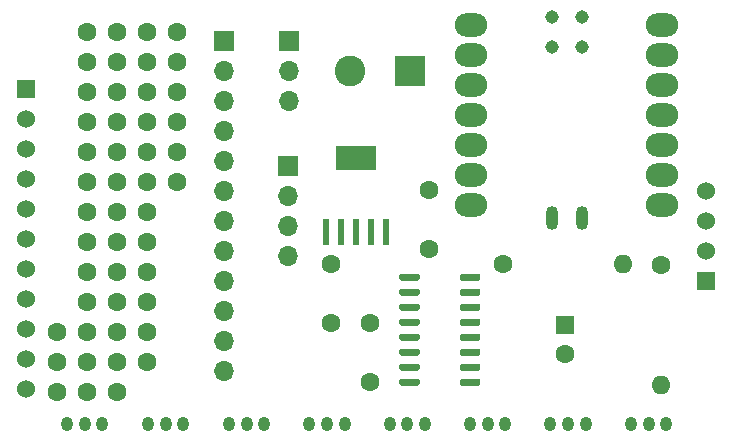
<source format=gbr>
%TF.GenerationSoftware,KiCad,Pcbnew,5.1.10-88a1d61d58~90~ubuntu20.04.1*%
%TF.CreationDate,2021-09-12T16:28:58-04:00*%
%TF.ProjectId,VoltageCurrentPowerMeter,566f6c74-6167-4654-9375-7272656e7450,rev?*%
%TF.SameCoordinates,Original*%
%TF.FileFunction,Soldermask,Top*%
%TF.FilePolarity,Negative*%
%FSLAX46Y46*%
G04 Gerber Fmt 4.6, Leading zero omitted, Abs format (unit mm)*
G04 Created by KiCad (PCBNEW 5.1.10-88a1d61d58~90~ubuntu20.04.1) date 2021-09-12 16:28:58*
%MOMM*%
%LPD*%
G01*
G04 APERTURE LIST*
%ADD10C,1.600000*%
%ADD11R,1.524000X1.524000*%
%ADD12C,1.524000*%
%ADD13O,1.700000X1.700000*%
%ADD14R,1.700000X1.700000*%
%ADD15O,1.000000X1.250000*%
%ADD16C,1.143000*%
%ADD17O,1.016000X2.032000*%
%ADD18O,2.748280X1.998980*%
%ADD19R,0.600000X2.200000*%
%ADD20R,3.450000X2.150000*%
%ADD21R,1.600000X1.600000*%
%ADD22R,2.600000X2.600000*%
%ADD23C,2.600000*%
%ADD24O,1.600000X1.600000*%
G04 APERTURE END LIST*
D10*
%TO.C,REF\u002A\u002A*%
X61391800Y-115976400D03*
%TD*%
%TO.C,REF\u002A\u002A*%
X58851800Y-115976400D03*
%TD*%
%TO.C,REF\u002A\u002A*%
X56311800Y-115976400D03*
%TD*%
%TO.C,REF\u002A\u002A*%
X63931800Y-113436400D03*
%TD*%
%TO.C,REF\u002A\u002A*%
X61391800Y-113436400D03*
%TD*%
%TO.C,REF\u002A\u002A*%
X58851800Y-113436400D03*
%TD*%
%TO.C,REF\u002A\u002A*%
X56311800Y-113436400D03*
%TD*%
%TO.C,REF\u002A\u002A*%
X63931800Y-110896400D03*
%TD*%
%TO.C,REF\u002A\u002A*%
X61391800Y-110896400D03*
%TD*%
%TO.C,REF\u002A\u002A*%
X58851800Y-110896400D03*
%TD*%
%TO.C,REF\u002A\u002A*%
X56311800Y-110896400D03*
%TD*%
%TO.C,REF\u002A\u002A*%
X63931800Y-108356400D03*
%TD*%
%TO.C,REF\u002A\u002A*%
X61391800Y-108356400D03*
%TD*%
%TO.C,REF\u002A\u002A*%
X58851800Y-108356400D03*
%TD*%
%TO.C,REF\u002A\u002A*%
X63931800Y-105816400D03*
%TD*%
%TO.C,REF\u002A\u002A*%
X61391800Y-105816400D03*
%TD*%
%TO.C,REF\u002A\u002A*%
X58851800Y-105816400D03*
%TD*%
%TO.C,REF\u002A\u002A*%
X63931800Y-103276400D03*
%TD*%
%TO.C,REF\u002A\u002A*%
X61391800Y-103276400D03*
%TD*%
%TO.C,REF\u002A\u002A*%
X58851800Y-103276400D03*
%TD*%
%TO.C,REF\u002A\u002A*%
X63931800Y-100736400D03*
%TD*%
%TO.C,REF\u002A\u002A*%
X61391800Y-100736400D03*
%TD*%
%TO.C,REF\u002A\u002A*%
X58851800Y-100736400D03*
%TD*%
%TO.C,REF\u002A\u002A*%
X66471800Y-98196400D03*
%TD*%
%TO.C,REF\u002A\u002A*%
X63931800Y-98196400D03*
%TD*%
%TO.C,REF\u002A\u002A*%
X61391800Y-98196400D03*
%TD*%
%TO.C,REF\u002A\u002A*%
X58851800Y-98196400D03*
%TD*%
%TO.C,REF\u002A\u002A*%
X66471800Y-95656400D03*
%TD*%
%TO.C,REF\u002A\u002A*%
X63931800Y-95656400D03*
%TD*%
%TO.C,REF\u002A\u002A*%
X61391800Y-95656400D03*
%TD*%
%TO.C,REF\u002A\u002A*%
X58851800Y-95656400D03*
%TD*%
%TO.C,REF\u002A\u002A*%
X66471800Y-93116400D03*
%TD*%
%TO.C,REF\u002A\u002A*%
X63931800Y-93116400D03*
%TD*%
%TO.C,REF\u002A\u002A*%
X61391800Y-93116400D03*
%TD*%
%TO.C,REF\u002A\u002A*%
X58851800Y-93116400D03*
%TD*%
%TO.C,REF\u002A\u002A*%
X66471800Y-90576400D03*
%TD*%
%TO.C,REF\u002A\u002A*%
X63931800Y-90576400D03*
%TD*%
%TO.C,REF\u002A\u002A*%
X61391800Y-90576400D03*
%TD*%
%TO.C,REF\u002A\u002A*%
X58851800Y-90576400D03*
%TD*%
%TO.C,REF\u002A\u002A*%
X66471800Y-88036400D03*
%TD*%
%TO.C,REF\u002A\u002A*%
X63931800Y-88036400D03*
%TD*%
%TO.C,REF\u002A\u002A*%
X61391800Y-88036400D03*
%TD*%
%TO.C,REF\u002A\u002A*%
X58851800Y-88036400D03*
%TD*%
%TO.C,REF\u002A\u002A*%
X66471800Y-85496400D03*
%TD*%
%TO.C,REF\u002A\u002A*%
X63931800Y-85496400D03*
%TD*%
%TO.C,REF\u002A\u002A*%
X61391800Y-85496400D03*
%TD*%
%TO.C,REF\u002A\u002A*%
X58851800Y-85496400D03*
%TD*%
D11*
%TO.C,U2*%
X111257200Y-106607800D03*
D12*
X111257200Y-104067800D03*
X111257200Y-101527800D03*
X111257200Y-98987800D03*
D11*
X53757200Y-90297800D03*
D12*
X53757200Y-92837800D03*
X53757200Y-95377800D03*
X53757200Y-97917800D03*
X53757200Y-100457800D03*
X53757200Y-102997800D03*
X53757200Y-105537800D03*
X53757200Y-108077800D03*
X53757200Y-110617800D03*
X53757200Y-113157800D03*
X53757200Y-115697800D03*
%TD*%
D13*
%TO.C,J12*%
X70485000Y-114223800D03*
X70485000Y-111683800D03*
X70485000Y-109143800D03*
X70485000Y-106603800D03*
X70485000Y-104063800D03*
X70485000Y-101523800D03*
X70485000Y-98983800D03*
X70485000Y-96443800D03*
X70485000Y-93903800D03*
X70485000Y-91363800D03*
X70485000Y-88823800D03*
D14*
X70485000Y-86283800D03*
%TD*%
D13*
%TO.C,J10*%
X75946000Y-91338400D03*
X75946000Y-88798400D03*
D14*
X75946000Y-86258400D03*
%TD*%
D13*
%TO.C,J11*%
X75895200Y-104444800D03*
X75895200Y-101904800D03*
X75895200Y-99364800D03*
D14*
X75895200Y-96824800D03*
%TD*%
D15*
%TO.C,J8*%
X107926000Y-118692400D03*
X104926000Y-118692400D03*
X106426000Y-118692400D03*
%TD*%
%TO.C,J7*%
X101118800Y-118692400D03*
X98118800Y-118692400D03*
X99618800Y-118692400D03*
%TD*%
%TO.C,J6*%
X94311600Y-118692400D03*
X91311600Y-118692400D03*
X92811600Y-118692400D03*
%TD*%
%TO.C,J5*%
X87504400Y-118692400D03*
X84504400Y-118692400D03*
X86004400Y-118692400D03*
%TD*%
%TO.C,J4*%
X80697200Y-118692400D03*
X77697200Y-118692400D03*
X79197200Y-118692400D03*
%TD*%
%TO.C,J3*%
X73890000Y-118692400D03*
X70890000Y-118692400D03*
X72390000Y-118692400D03*
%TD*%
%TO.C,J2*%
X65532000Y-118692400D03*
X64032000Y-118692400D03*
X67032000Y-118692400D03*
%TD*%
%TO.C,J1*%
X60174000Y-118692400D03*
X57174000Y-118692400D03*
X58674000Y-118692400D03*
%TD*%
D16*
%TO.C,U1*%
X100815203Y-86758213D03*
X98275203Y-86758213D03*
X100815203Y-84218213D03*
X98275203Y-84218213D03*
D17*
X100826400Y-101222400D03*
X98276400Y-101222400D03*
D18*
X91409520Y-84904580D03*
X91409520Y-87444580D03*
X91409520Y-89984580D03*
X91409520Y-92524580D03*
X91409520Y-95064580D03*
X91409520Y-97604580D03*
X91409520Y-100144580D03*
X107574080Y-100144580D03*
X107574080Y-97604580D03*
X107574080Y-95064580D03*
X107574080Y-92524580D03*
X107574080Y-89984580D03*
X107574080Y-87444580D03*
X107574080Y-84904580D03*
%TD*%
D19*
%TO.C,U4*%
X82956400Y-102451500D03*
X80416400Y-102451500D03*
D20*
X81686400Y-96151500D03*
D19*
X81686400Y-102451500D03*
X84226400Y-102451500D03*
X79146400Y-102451500D03*
%TD*%
D10*
%TO.C,C1*%
X79552800Y-110105200D03*
X79552800Y-105105200D03*
%TD*%
%TO.C,C2*%
X82854800Y-115163600D03*
X82854800Y-110163600D03*
%TD*%
%TO.C,C3*%
X87833200Y-103835200D03*
X87833200Y-98835200D03*
%TD*%
D21*
%TO.C,C4*%
X99314000Y-110286800D03*
D10*
X99314000Y-112786800D03*
%TD*%
D22*
%TO.C,J9*%
X86258400Y-88798400D03*
D23*
X81178400Y-88798400D03*
%TD*%
D24*
%TO.C,R1*%
X104292400Y-105156000D03*
D10*
X94132400Y-105156000D03*
%TD*%
%TO.C,R2*%
X107492800Y-105206800D03*
D24*
X107492800Y-115366800D03*
%TD*%
%TO.C,U3*%
G36*
G01*
X92197600Y-114988200D02*
X92197600Y-115288200D01*
G75*
G02*
X92047600Y-115438200I-150000J0D01*
G01*
X90597600Y-115438200D01*
G75*
G02*
X90447600Y-115288200I0J150000D01*
G01*
X90447600Y-114988200D01*
G75*
G02*
X90597600Y-114838200I150000J0D01*
G01*
X92047600Y-114838200D01*
G75*
G02*
X92197600Y-114988200I0J-150000D01*
G01*
G37*
G36*
G01*
X92197600Y-113718200D02*
X92197600Y-114018200D01*
G75*
G02*
X92047600Y-114168200I-150000J0D01*
G01*
X90597600Y-114168200D01*
G75*
G02*
X90447600Y-114018200I0J150000D01*
G01*
X90447600Y-113718200D01*
G75*
G02*
X90597600Y-113568200I150000J0D01*
G01*
X92047600Y-113568200D01*
G75*
G02*
X92197600Y-113718200I0J-150000D01*
G01*
G37*
G36*
G01*
X92197600Y-112448200D02*
X92197600Y-112748200D01*
G75*
G02*
X92047600Y-112898200I-150000J0D01*
G01*
X90597600Y-112898200D01*
G75*
G02*
X90447600Y-112748200I0J150000D01*
G01*
X90447600Y-112448200D01*
G75*
G02*
X90597600Y-112298200I150000J0D01*
G01*
X92047600Y-112298200D01*
G75*
G02*
X92197600Y-112448200I0J-150000D01*
G01*
G37*
G36*
G01*
X92197600Y-111178200D02*
X92197600Y-111478200D01*
G75*
G02*
X92047600Y-111628200I-150000J0D01*
G01*
X90597600Y-111628200D01*
G75*
G02*
X90447600Y-111478200I0J150000D01*
G01*
X90447600Y-111178200D01*
G75*
G02*
X90597600Y-111028200I150000J0D01*
G01*
X92047600Y-111028200D01*
G75*
G02*
X92197600Y-111178200I0J-150000D01*
G01*
G37*
G36*
G01*
X92197600Y-109908200D02*
X92197600Y-110208200D01*
G75*
G02*
X92047600Y-110358200I-150000J0D01*
G01*
X90597600Y-110358200D01*
G75*
G02*
X90447600Y-110208200I0J150000D01*
G01*
X90447600Y-109908200D01*
G75*
G02*
X90597600Y-109758200I150000J0D01*
G01*
X92047600Y-109758200D01*
G75*
G02*
X92197600Y-109908200I0J-150000D01*
G01*
G37*
G36*
G01*
X92197600Y-108638200D02*
X92197600Y-108938200D01*
G75*
G02*
X92047600Y-109088200I-150000J0D01*
G01*
X90597600Y-109088200D01*
G75*
G02*
X90447600Y-108938200I0J150000D01*
G01*
X90447600Y-108638200D01*
G75*
G02*
X90597600Y-108488200I150000J0D01*
G01*
X92047600Y-108488200D01*
G75*
G02*
X92197600Y-108638200I0J-150000D01*
G01*
G37*
G36*
G01*
X92197600Y-107368200D02*
X92197600Y-107668200D01*
G75*
G02*
X92047600Y-107818200I-150000J0D01*
G01*
X90597600Y-107818200D01*
G75*
G02*
X90447600Y-107668200I0J150000D01*
G01*
X90447600Y-107368200D01*
G75*
G02*
X90597600Y-107218200I150000J0D01*
G01*
X92047600Y-107218200D01*
G75*
G02*
X92197600Y-107368200I0J-150000D01*
G01*
G37*
G36*
G01*
X92197600Y-106098200D02*
X92197600Y-106398200D01*
G75*
G02*
X92047600Y-106548200I-150000J0D01*
G01*
X90597600Y-106548200D01*
G75*
G02*
X90447600Y-106398200I0J150000D01*
G01*
X90447600Y-106098200D01*
G75*
G02*
X90597600Y-105948200I150000J0D01*
G01*
X92047600Y-105948200D01*
G75*
G02*
X92197600Y-106098200I0J-150000D01*
G01*
G37*
G36*
G01*
X87047600Y-106098200D02*
X87047600Y-106398200D01*
G75*
G02*
X86897600Y-106548200I-150000J0D01*
G01*
X85447600Y-106548200D01*
G75*
G02*
X85297600Y-106398200I0J150000D01*
G01*
X85297600Y-106098200D01*
G75*
G02*
X85447600Y-105948200I150000J0D01*
G01*
X86897600Y-105948200D01*
G75*
G02*
X87047600Y-106098200I0J-150000D01*
G01*
G37*
G36*
G01*
X87047600Y-107368200D02*
X87047600Y-107668200D01*
G75*
G02*
X86897600Y-107818200I-150000J0D01*
G01*
X85447600Y-107818200D01*
G75*
G02*
X85297600Y-107668200I0J150000D01*
G01*
X85297600Y-107368200D01*
G75*
G02*
X85447600Y-107218200I150000J0D01*
G01*
X86897600Y-107218200D01*
G75*
G02*
X87047600Y-107368200I0J-150000D01*
G01*
G37*
G36*
G01*
X87047600Y-108638200D02*
X87047600Y-108938200D01*
G75*
G02*
X86897600Y-109088200I-150000J0D01*
G01*
X85447600Y-109088200D01*
G75*
G02*
X85297600Y-108938200I0J150000D01*
G01*
X85297600Y-108638200D01*
G75*
G02*
X85447600Y-108488200I150000J0D01*
G01*
X86897600Y-108488200D01*
G75*
G02*
X87047600Y-108638200I0J-150000D01*
G01*
G37*
G36*
G01*
X87047600Y-109908200D02*
X87047600Y-110208200D01*
G75*
G02*
X86897600Y-110358200I-150000J0D01*
G01*
X85447600Y-110358200D01*
G75*
G02*
X85297600Y-110208200I0J150000D01*
G01*
X85297600Y-109908200D01*
G75*
G02*
X85447600Y-109758200I150000J0D01*
G01*
X86897600Y-109758200D01*
G75*
G02*
X87047600Y-109908200I0J-150000D01*
G01*
G37*
G36*
G01*
X87047600Y-111178200D02*
X87047600Y-111478200D01*
G75*
G02*
X86897600Y-111628200I-150000J0D01*
G01*
X85447600Y-111628200D01*
G75*
G02*
X85297600Y-111478200I0J150000D01*
G01*
X85297600Y-111178200D01*
G75*
G02*
X85447600Y-111028200I150000J0D01*
G01*
X86897600Y-111028200D01*
G75*
G02*
X87047600Y-111178200I0J-150000D01*
G01*
G37*
G36*
G01*
X87047600Y-112448200D02*
X87047600Y-112748200D01*
G75*
G02*
X86897600Y-112898200I-150000J0D01*
G01*
X85447600Y-112898200D01*
G75*
G02*
X85297600Y-112748200I0J150000D01*
G01*
X85297600Y-112448200D01*
G75*
G02*
X85447600Y-112298200I150000J0D01*
G01*
X86897600Y-112298200D01*
G75*
G02*
X87047600Y-112448200I0J-150000D01*
G01*
G37*
G36*
G01*
X87047600Y-113718200D02*
X87047600Y-114018200D01*
G75*
G02*
X86897600Y-114168200I-150000J0D01*
G01*
X85447600Y-114168200D01*
G75*
G02*
X85297600Y-114018200I0J150000D01*
G01*
X85297600Y-113718200D01*
G75*
G02*
X85447600Y-113568200I150000J0D01*
G01*
X86897600Y-113568200D01*
G75*
G02*
X87047600Y-113718200I0J-150000D01*
G01*
G37*
G36*
G01*
X87047600Y-114988200D02*
X87047600Y-115288200D01*
G75*
G02*
X86897600Y-115438200I-150000J0D01*
G01*
X85447600Y-115438200D01*
G75*
G02*
X85297600Y-115288200I0J150000D01*
G01*
X85297600Y-114988200D01*
G75*
G02*
X85447600Y-114838200I150000J0D01*
G01*
X86897600Y-114838200D01*
G75*
G02*
X87047600Y-114988200I0J-150000D01*
G01*
G37*
%TD*%
M02*

</source>
